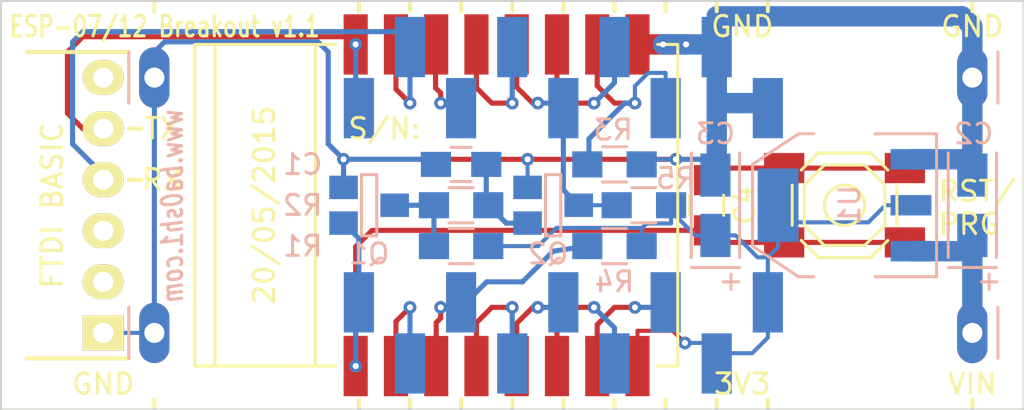
<source format=kicad_pcb>
(kicad_pcb (version 20171130) (host pcbnew "(5.1.12)-1")

  (general
    (thickness 1.6)
    (drawings 43)
    (tracks 233)
    (zones 0)
    (modules 17)
    (nets 23)
  )

  (page A4)
  (layers
    (0 F.Cu signal)
    (31 B.Cu signal)
    (32 B.Adhes user hide)
    (33 F.Adhes user hide)
    (34 B.Paste user hide)
    (35 F.Paste user hide)
    (36 B.SilkS user)
    (37 F.SilkS user)
    (38 B.Mask user)
    (39 F.Mask user hide)
    (40 Dwgs.User user hide)
    (41 Cmts.User user hide)
    (42 Eco1.User user hide)
    (43 Eco2.User user hide)
    (44 Edge.Cuts user)
    (45 Margin user hide)
    (46 B.CrtYd user hide)
    (47 F.CrtYd user hide)
    (48 B.Fab user hide)
    (49 F.Fab user hide)
  )

  (setup
    (last_trace_width 0.2032)
    (user_trace_width 0.1524)
    (user_trace_width 0.1524)
    (user_trace_width 0.254)
    (user_trace_width 0.381)
    (user_trace_width 0.508)
    (user_trace_width 1.016)
    (user_trace_width 1.27)
    (user_trace_width 1.524)
    (trace_clearance 0.1524)
    (zone_clearance 0.508)
    (zone_45_only no)
    (trace_min 0.1524)
    (via_size 0.635)
    (via_drill 0.3)
    (via_min_size 0.635)
    (via_min_drill 0.3)
    (user_via 0.635 0)
    (user_via 0.7366 0)
    (user_via 0.8382 0)
    (user_via 1.27 0.4)
    (uvia_size 0.508)
    (uvia_drill 0.127)
    (uvias_allowed no)
    (uvia_min_size 0.508)
    (uvia_min_drill 0.127)
    (edge_width 0.1)
    (segment_width 0.2)
    (pcb_text_width 0.3)
    (pcb_text_size 1.5 1.5)
    (mod_edge_width 0.15)
    (mod_text_size 1 1)
    (mod_text_width 0.15)
    (pad_size 2 1.5)
    (pad_drill 0)
    (pad_to_mask_clearance 0.1)
    (aux_axis_origin 106.68 138.43)
    (visible_elements 7FFFFF69)
    (pcbplotparams
      (layerselection 0x010f0_80000001)
      (usegerberextensions true)
      (usegerberattributes true)
      (usegerberadvancedattributes true)
      (creategerberjobfile true)
      (gerberprecision 5)
      (excludeedgelayer true)
      (linewidth 0.152400)
      (plotframeref false)
      (viasonmask false)
      (mode 1)
      (useauxorigin true)
      (hpglpennumber 1)
      (hpglpenspeed 20)
      (hpglpendiameter 15.000000)
      (psnegative false)
      (psa4output false)
      (plotreference true)
      (plotvalue true)
      (plotinvisibletext false)
      (padsonsilk false)
      (subtractmaskfromsilk false)
      (outputformat 1)
      (mirror false)
      (drillshape 0)
      (scaleselection 1)
      (outputdirectory "gerber"))
  )

  (net 0 "")
  (net 1 "Net-(C1-Pad1)")
  (net 2 GND)
  (net 3 +5V)
  (net 4 +3V3)
  (net 5 /CTS)
  (net 6 /V+)
  (net 7 /TXO)
  (net 8 /RXI)
  (net 9 /DTR)
  (net 10 /RESET)
  (net 11 "Net-(Q1-PadD)")
  (net 12 /GPIO0)
  (net 13 "Net-(M1-Pad10)")
  (net 14 "Net-(M1-Pad3)")
  (net 15 "Net-(M1-Pad2)")
  (net 16 "Net-(M1-Pad4)")
  (net 17 "Net-(M1-Pad5)")
  (net 18 "Net-(M1-Pad6)")
  (net 19 "Net-(M1-Pad7)")
  (net 20 "Net-(M1-Pad13)")
  (net 21 "Net-(M1-Pad14)")
  (net 22 "Net-(M1-Pad11)")

  (net_class Default "This is the default net class."
    (clearance 0.1524)
    (trace_width 0.2032)
    (via_dia 0.635)
    (via_drill 0.3)
    (uvia_dia 0.508)
    (uvia_drill 0.127)
    (add_net +3V3)
    (add_net +5V)
    (add_net /CTS)
    (add_net /DTR)
    (add_net /GPIO0)
    (add_net /RESET)
    (add_net /RXI)
    (add_net /TXO)
    (add_net /V+)
    (add_net GND)
    (add_net "Net-(C1-Pad1)")
    (add_net "Net-(M1-Pad10)")
    (add_net "Net-(M1-Pad11)")
    (add_net "Net-(M1-Pad13)")
    (add_net "Net-(M1-Pad14)")
    (add_net "Net-(M1-Pad2)")
    (add_net "Net-(M1-Pad3)")
    (add_net "Net-(M1-Pad4)")
    (add_net "Net-(M1-Pad5)")
    (add_net "Net-(M1-Pad6)")
    (add_net "Net-(M1-Pad7)")
    (add_net "Net-(Q1-PadD)")
  )

  (module Capacitors_Tantalum_SMD:TantalC_SizeA_EIA-3216_Wave (layer B.Cu) (tedit 555A8829) (tstamp 54FC78B4)
    (at 142.176 128.27 90)
    (descr "Tantal Cap. , Size A, EIA-3216, Wave,")
    (tags "Tantal Cap. , Size A, EIA-3216, Wave,")
    (path /54AD5071)
    (attr smd)
    (fp_text reference C3 (at 3.556 0 180) (layer B.SilkS)
      (effects (font (size 1 1) (thickness 0.15)) (justify mirror))
    )
    (fp_text value 22u (at -0.0635 0.0635 90) (layer B.SilkS) hide
      (effects (font (size 0.254 0.254) (thickness 0.0254)) (justify mirror))
    )
    (fp_line (start -2.60096 -1.19888) (end 2.60096 -1.19888) (layer B.SilkS) (width 0.15))
    (fp_line (start 2.60096 1.19888) (end -2.60096 1.19888) (layer B.SilkS) (width 0.15))
    (fp_line (start -3.09626 1.19888) (end -3.09626 -1.19888) (layer B.SilkS) (width 0.15))
    (fp_text user + (at -3.81 0.6985 90) (layer B.SilkS)
      (effects (font (size 1 1) (thickness 0.15)) (justify mirror))
    )
    (pad 2 smd rect (at 1.50114 0 90) (size 2.14884 1.50114) (layers B.Cu B.Paste B.Mask)
      (net 2 GND))
    (pad 1 smd rect (at -1.50114 0 90) (size 2.14884 1.50114) (layers B.Cu B.Paste B.Mask)
      (net 4 +3V3))
    (model Capacitors_Tantalum_SMD/TantalC_SizeA_EIA-3216_Wave.wrl
      (at (xyz 0 0 0))
      (scale (xyz 1 1 1))
      (rotate (xyz 0 0 180))
    )
  )

  (module Capacitors_Tantalum_SMD:TantalC_SizeA_EIA-3216_Wave (layer B.Cu) (tedit 54FC797B) (tstamp 54FC78AF)
    (at 154.94 128.27 90)
    (descr "Tantal Cap. , Size A, EIA-3216, Wave,")
    (tags "Tantal Cap. , Size A, EIA-3216, Wave,")
    (path /54AD50D3)
    (attr smd)
    (fp_text reference C2 (at 3.556 0.0635) (layer B.SilkS)
      (effects (font (size 1 1) (thickness 0.15)) (justify mirror))
    )
    (fp_text value 4u7 (at -0.09906 -3.0988 90) (layer B.SilkS) hide
      (effects (font (size 1 1) (thickness 0.15)) (justify mirror))
    )
    (fp_line (start -2.60096 -1.19888) (end 2.60096 -1.19888) (layer B.SilkS) (width 0.15))
    (fp_line (start 2.60096 1.19888) (end -2.60096 1.19888) (layer B.SilkS) (width 0.15))
    (fp_line (start -3.09626 1.19888) (end -3.09626 -1.19888) (layer B.SilkS) (width 0.15))
    (fp_text user + (at -3.81 0.762 90) (layer B.SilkS)
      (effects (font (size 1 1) (thickness 0.15)) (justify mirror))
    )
    (pad 2 smd rect (at 1.50114 0 90) (size 2.14884 1.50114) (layers B.Cu B.Paste B.Mask)
      (net 2 GND))
    (pad 1 smd rect (at -1.50114 0 90) (size 2.14884 1.50114) (layers B.Cu B.Paste B.Mask)
      (net 3 +5V))
    (model Capacitors_Tantalum_SMD/TantalC_SizeA_EIA-3216_Wave.wrl
      (at (xyz 0 0 0))
      (scale (xyz 1 1 1))
      (rotate (xyz 0 0 180))
    )
  )

  (module Switch:PUSH_4x4_SMD (layer F.Cu) (tedit 54E04A6C) (tstamp 54AE9056)
    (at 148.59 128.27)
    (descr "Pushbutton, 4x4, SMD")
    (path /54AD3C67)
    (autoplace_cost180 10)
    (fp_text reference SW1 (at 0 -3.59918) (layer F.SilkS) hide
      (effects (font (size 1.016 1.016) (thickness 0.1524)))
    )
    (fp_text value SW_PUSH (at 0 0) (layer F.SilkS) hide
      (effects (font (size 0.254 0.254) (thickness 0.0254)))
    )
    (fp_line (start -2.6 -1) (end -2.6 1) (layer F.SilkS) (width 0.1524))
    (fp_line (start 2.6 1) (end 2.6 -0.95) (layer F.SilkS) (width 0.1524))
    (fp_line (start 1.3 2.6) (end 2.15 1.75) (layer F.SilkS) (width 0.1524))
    (fp_line (start -1.3 2.6) (end -2.15 1.75) (layer F.SilkS) (width 0.1524))
    (fp_line (start 1.3 -2.6) (end 2.15 -1.75) (layer F.SilkS) (width 0.1524))
    (fp_line (start -1.3 -2.6) (end -2.15 -1.75) (layer F.SilkS) (width 0.1524))
    (fp_line (start -1.99898 1.00076) (end -1.00076 1.99898) (layer F.SilkS) (width 0.1524))
    (fp_line (start -1.00076 1.99898) (end 1.00076 1.99898) (layer F.SilkS) (width 0.1524))
    (fp_line (start 1.00076 1.99898) (end 1.99898 1.00076) (layer F.SilkS) (width 0.1524))
    (fp_line (start 1.99898 1.00076) (end 1.99898 -1.00076) (layer F.SilkS) (width 0.1524))
    (fp_line (start 1.99898 -1.00076) (end 1.00076 -1.99898) (layer F.SilkS) (width 0.1524))
    (fp_line (start 1.00076 -1.99898) (end -1.00076 -1.99898) (layer F.SilkS) (width 0.1524))
    (fp_line (start -1.00076 -1.99898) (end -1.99898 -1.00076) (layer F.SilkS) (width 0.1524))
    (fp_line (start -1.99898 -1.00076) (end -1.99898 1.00076) (layer F.SilkS) (width 0.1524))
    (fp_line (start -1.30048 2.60096) (end 1.30048 2.60096) (layer F.SilkS) (width 0.1524))
    (fp_line (start 1.30048 -2.60096) (end -1.30048 -2.60096) (layer F.SilkS) (width 0.1524))
    (fp_circle (center 0 0) (end -1.00076 0) (layer F.SilkS) (width 0.1524))
    (pad 1 smd rect (at -2.99974 -1.84912) (size 2 1.5) (layers F.Cu F.Paste F.Mask)
      (net 2 GND))
    (pad 2 smd rect (at 2.99974 1.84912) (size 2 1.5) (layers F.Cu F.Paste F.Mask)
      (net 10 /RESET))
    (pad 2 smd rect (at -2.99974 1.84912) (size 2 1.5) (layers F.Cu F.Paste F.Mask)
      (net 10 /RESET))
    (pad 1 smd rect (at 2.99974 -1.84912) (size 2 1.5) (layers F.Cu F.Paste F.Mask)
      (net 2 GND))
    (model D:/Workspace/KiCad/modules/packages3d/PUSH_4x4_SMD.wrl
      (at (xyz 0 0 0))
      (scale (xyz 1 1 1))
      (rotate (xyz 0 0 0))
    )
  )

  (module SMD_Packages:SOT-23-GDS (layer B.Cu) (tedit 5506DBEC) (tstamp 54AEA54D)
    (at 134.112 128.27 270)
    (descr "Module CMS SOT23 Transistore EBC")
    (tags "CMS SOT")
    (path /54AD3C30)
    (attr smd)
    (fp_text reference Q2 (at 2.413 0.254 180) (layer B.SilkS)
      (effects (font (size 1 1) (thickness 0.15)) (justify mirror))
    )
    (fp_text value BSS138 (at 0 0 270) (layer B.SilkS) hide
      (effects (font (size 0.254 0.254) (thickness 0.0254)) (justify mirror))
    )
    (fp_line (start -1.524 0.381) (end 1.524 0.381) (layer B.SilkS) (width 0.15))
    (fp_line (start 1.524 0.381) (end 1.524 -0.381) (layer B.SilkS) (width 0.15))
    (fp_line (start 1.524 -0.381) (end -1.524 -0.381) (layer B.SilkS) (width 0.15))
    (fp_line (start -1.524 -0.381) (end -1.524 0.381) (layer B.SilkS) (width 0.15))
    (pad S smd rect (at -0.889 1.27 270) (size 1.1684 1.4224) (layers B.Cu B.Paste B.Mask)
      (net 2 GND))
    (pad G smd rect (at 0.889 1.27 270) (size 1.1684 1.4224) (layers B.Cu B.Paste B.Mask)
      (net 1 "Net-(C1-Pad1)"))
    (pad D smd rect (at 0 -1.27 270) (size 1.1684 1.4224) (layers B.Cu B.Paste B.Mask)
      (net 12 /GPIO0))
    (model SMD_Packages/SOT-23-GDS.wrl
      (at (xyz 0 0 0))
      (scale (xyz 0.13 0.15 0.15))
      (rotate (xyz 0 0 0))
    )
  )

  (module SMD_Packages:SOT-23-GDS (layer B.Cu) (tedit 5506DBF4) (tstamp 54B14682)
    (at 124.968 128.27 270)
    (descr "Module CMS SOT23 Transistore EBC")
    (tags "CMS SOT")
    (path /54AD3D9E)
    (attr smd)
    (fp_text reference Q1 (at 2.413 0 180) (layer B.SilkS)
      (effects (font (size 1 1) (thickness 0.15)) (justify mirror))
    )
    (fp_text value BSS138 (at 0 0 270) (layer B.SilkS) hide
      (effects (font (size 0.254 0.254) (thickness 0.0254)) (justify mirror))
    )
    (fp_line (start -1.524 0.381) (end 1.524 0.381) (layer B.SilkS) (width 0.15))
    (fp_line (start 1.524 0.381) (end 1.524 -0.381) (layer B.SilkS) (width 0.15))
    (fp_line (start 1.524 -0.381) (end -1.524 -0.381) (layer B.SilkS) (width 0.15))
    (fp_line (start -1.524 -0.381) (end -1.524 0.381) (layer B.SilkS) (width 0.15))
    (pad S smd rect (at -0.889 1.27 270) (size 1.1684 1.4224) (layers B.Cu B.Paste B.Mask)
      (net 2 GND))
    (pad G smd rect (at 0.889 1.27 270) (size 1.1684 1.4224) (layers B.Cu B.Paste B.Mask)
      (net 10 /RESET))
    (pad D smd rect (at 0 -1.27 270) (size 1.1684 1.4224) (layers B.Cu B.Paste B.Mask)
      (net 11 "Net-(Q1-PadD)"))
    (model SMD_Packages/SOT-23-GDS.wrl
      (at (xyz 0 0 0))
      (scale (xyz 0.13 0.15 0.15))
      (rotate (xyz 0 0 0))
    )
  )

  (module Breakout:SMD-PINHEADER-11A (layer B.Cu) (tedit 0) (tstamp 54B12F2F)
    (at 114.3 121.92)
    (path /54AE7D67)
    (attr virtual)
    (fp_text reference P2 (at 0 2.54) (layer B.SilkS) hide
      (effects (font (size 1.016 1.016) (thickness 0.1524)) (justify mirror))
    )
    (fp_text value CONN_01X11 (at 2.54 0) (layer B.SilkS) hide
      (effects (font (size 0.254 0.254) (thickness 0.0254)) (justify mirror))
    )
    (fp_line (start 41.91 1.27) (end 41.91 -1.27) (layer B.SilkS) (width 0.15))
    (fp_line (start -1.27 1.27) (end -1.27 -1.27) (layer B.SilkS) (width 0.15))
    (pad 11 thru_hole oval (at 40.64 0) (size 1.50622 3.01498) (drill 0.99822) (layers *.Cu *.Mask)
      (net 2 GND))
    (pad 1 thru_hole oval (at 0 0) (size 1.50622 3.01498) (drill 0.99822) (layers *.Cu *.Mask)
      (net 2 GND))
    (pad 2 smd rect (at 10.16 1.52) (size 1.5 3) (layers B.Cu B.Paste B.Mask)
      (net 8 /RXI))
    (pad 3 smd rect (at 12.7 -1.52) (size 1.5 3) (layers B.Cu B.Paste B.Mask)
      (net 7 /TXO))
    (pad 4 smd rect (at 15.24 1.52) (size 1.5 3) (layers B.Cu B.Paste B.Mask)
      (net 21 "Net-(M1-Pad14)"))
    (pad 5 smd rect (at 17.78 -1.52) (size 1.5 3) (layers B.Cu B.Paste B.Mask)
      (net 20 "Net-(M1-Pad13)"))
    (pad 6 smd rect (at 20.32 1.52) (size 1.5 3) (layers B.Cu B.Paste B.Mask)
      (net 12 /GPIO0))
    (pad 7 smd rect (at 22.86 -1.52) (size 1.5 3) (layers B.Cu B.Paste B.Mask)
      (net 22 "Net-(M1-Pad11)"))
    (pad 8 smd rect (at 25.4 1.52) (size 1.5 3) (layers B.Cu B.Paste B.Mask)
      (net 13 "Net-(M1-Pad10)"))
    (pad 9 smd rect (at 27.94 -1.52) (size 1.5 3) (layers B.Cu B.Paste B.Mask)
      (net 2 GND))
    (pad 10 smd rect (at 30.48 1.52) (size 1.5 3) (layers B.Cu B.Paste B.Mask)
      (net 2 GND))
  )

  (module Breakout:SMD-PINHEADER-11B (layer B.Cu) (tedit 54E03FE7) (tstamp 54B12F45)
    (at 114.3 134.62)
    (path /54AE7843)
    (attr virtual)
    (fp_text reference P3 (at 0 -2.54) (layer B.SilkS) hide
      (effects (font (size 1.016 1.016) (thickness 0.1524)) (justify mirror))
    )
    (fp_text value CONN_01X11 (at 2.54 0) (layer B.SilkS) hide
      (effects (font (size 0.254 0.254) (thickness 0.0254)) (justify mirror))
    )
    (fp_line (start 41.91 1.27) (end 41.91 -1.27) (layer B.SilkS) (width 0.15))
    (fp_line (start -1.27 1.27) (end -1.27 -1.27) (layer B.SilkS) (width 0.15))
    (pad 11 thru_hole oval (at 40.64 0) (size 1.50622 3.01498) (drill 0.99822) (layers *.Cu *.Mask)
      (net 3 +5V))
    (pad 1 thru_hole oval (at 0 0) (size 1.5 3) (drill 1) (layers *.Cu *.Mask)
      (net 2 GND))
    (pad 2 smd rect (at 10.16 -1.52) (size 1.5 3) (layers B.Cu B.Paste B.Mask)
      (net 10 /RESET))
    (pad 3 smd rect (at 12.7 1.52) (size 1.5 3) (layers B.Cu B.Paste B.Mask)
      (net 15 "Net-(M1-Pad2)"))
    (pad 4 smd rect (at 15.24 -1.52) (size 1.5 3) (layers B.Cu B.Paste B.Mask)
      (net 14 "Net-(M1-Pad3)"))
    (pad 5 smd rect (at 17.78 1.52) (size 1.5 3) (layers B.Cu B.Paste B.Mask)
      (net 16 "Net-(M1-Pad4)"))
    (pad 6 smd rect (at 20.32 -1.52) (size 1.5 3) (layers B.Cu B.Paste B.Mask)
      (net 17 "Net-(M1-Pad5)"))
    (pad 7 smd rect (at 22.86 1.52) (size 1.5 3) (layers B.Cu B.Paste B.Mask)
      (net 18 "Net-(M1-Pad6)"))
    (pad 8 smd rect (at 25.4 -1.52) (size 1.5 3) (layers B.Cu B.Paste B.Mask)
      (net 19 "Net-(M1-Pad7)"))
    (pad 9 smd rect (at 27.94 1.52) (size 1.5 3) (layers B.Cu B.Paste B.Mask)
      (net 4 +3V3))
    (pad 10 smd rect (at 30.48 -1.52) (size 1.5 3) (layers B.Cu B.Paste B.Mask)
      (net 4 +3V3))
  )

  (module Pin_Headers:Pin_Header_Angled_1x06 (layer F.Cu) (tedit 54C11447) (tstamp 54B1F246)
    (at 111.76 128.27 90)
    (descr "Through hole pin header")
    (tags "pin header")
    (path /54AD3CB0)
    (fp_text reference P1 (at 0 -3.81 90) (layer F.SilkS) hide
      (effects (font (size 1 1) (thickness 0.15)))
    )
    (fp_text value "FTDI BASIC" (at 0 -2.54 90) (layer F.SilkS)
      (effects (font (size 1.016 1.016) (thickness 0.1524)))
    )
    (pad 1 thru_hole rect (at -6.35 0 90) (size 1.7272 2.032) (drill 1) (layers *.Cu *.Mask F.SilkS)
      (net 2 GND))
    (pad 2 thru_hole oval (at -3.81 0 90) (size 1.7272 2.032) (drill 1) (layers *.Cu *.Mask F.SilkS)
      (net 5 /CTS))
    (pad 3 thru_hole oval (at -1.27 0 90) (size 1.7272 2.032) (drill 1) (layers *.Cu *.Mask F.SilkS)
      (net 6 /V+))
    (pad 4 thru_hole oval (at 1.27 0 90) (size 1.7272 2.032) (drill 1) (layers *.Cu *.Mask F.SilkS)
      (net 7 /TXO))
    (pad 5 thru_hole oval (at 3.81 0 90) (size 1.7272 2.032) (drill 1) (layers *.Cu *.Mask F.SilkS)
      (net 8 /RXI))
    (pad 6 thru_hole oval (at 6.35 0 90) (size 1.7272 2.032) (drill 1) (layers *.Cu *.Mask F.SilkS)
      (net 9 /DTR))
    (model Pin_Headers/Pin_Header_Angled_1x06.wrl
      (at (xyz 0 0 0))
      (scale (xyz 1 1 1))
      (rotate (xyz 0 0 0))
    )
  )

  (module ESP8266:ESP-07 (layer F.Cu) (tedit 54B145D5) (tstamp 54B12F19)
    (at 130.302 128.27)
    (path /54AAAAD0)
    (fp_text reference M1 (at 0 0) (layer F.SilkS) hide
      (effects (font (size 1 1) (thickness 0.15)))
    )
    (fp_text value ESP-07 (at -6.604 0 90) (layer F.SilkS) hide
      (effects (font (size 1.016 1.016) (thickness 0.1524)))
    )
    (fp_line (start -13 -8) (end -14 -8) (layer F.SilkS) (width 0.15))
    (fp_line (start -14 -8) (end -14 8) (layer F.SilkS) (width 0.15))
    (fp_line (start -14 8) (end -13 8) (layer F.SilkS) (width 0.15))
    (fp_line (start -8 -8) (end -8 8) (layer F.SilkS) (width 0.15))
    (fp_line (start -7 8) (end -13 8) (layer F.SilkS) (width 0.15))
    (fp_line (start -13 8) (end -13 -8) (layer F.SilkS) (width 0.15))
    (fp_line (start -13 -8) (end -7 -8) (layer F.SilkS) (width 0.15))
    (fp_line (start 9 8) (end 10 8) (layer F.SilkS) (width 0.15))
    (fp_line (start 10 8) (end 10 -8) (layer F.SilkS) (width 0.15))
    (fp_line (start 10 -8) (end 9 -8) (layer F.SilkS) (width 0.15))
    (pad 1 smd rect (at -6 8) (size 1.2 3) (layers F.Cu F.Paste F.Mask)
      (net 10 /RESET))
    (pad 2 smd rect (at -4 8) (size 1.2 3) (layers F.Cu F.Paste F.Mask)
      (net 15 "Net-(M1-Pad2)"))
    (pad 3 smd rect (at -2 8) (size 1.2 3) (layers F.Cu F.Paste F.Mask)
      (net 14 "Net-(M1-Pad3)"))
    (pad 4 smd rect (at 0 8) (size 1.2 3) (layers F.Cu F.Paste F.Mask)
      (net 16 "Net-(M1-Pad4)"))
    (pad 5 smd rect (at 2 8) (size 1.2 3) (layers F.Cu F.Paste F.Mask)
      (net 17 "Net-(M1-Pad5)"))
    (pad 6 smd rect (at 4 8) (size 1.2 3) (layers F.Cu F.Paste F.Mask)
      (net 18 "Net-(M1-Pad6)"))
    (pad 7 smd rect (at 6 8) (size 1.2 3) (layers F.Cu F.Paste F.Mask)
      (net 19 "Net-(M1-Pad7)"))
    (pad 8 smd rect (at 8 8) (size 1.2 3) (layers F.Cu F.Paste F.Mask)
      (net 4 +3V3))
    (pad 9 smd rect (at 8 -8) (size 1.2 3) (layers F.Cu F.Paste F.Mask)
      (net 2 GND))
    (pad 10 smd rect (at 6 -8) (size 1.2 3) (layers F.Cu F.Paste F.Mask)
      (net 13 "Net-(M1-Pad10)"))
    (pad 12 smd rect (at 2 -8) (size 1.2 3) (layers F.Cu F.Paste F.Mask)
      (net 12 /GPIO0))
    (pad 13 smd rect (at 0 -8) (size 1.2 3) (layers F.Cu F.Paste F.Mask)
      (net 20 "Net-(M1-Pad13)"))
    (pad 14 smd rect (at -2 -8) (size 1.2 3) (layers F.Cu F.Paste F.Mask)
      (net 21 "Net-(M1-Pad14)"))
    (pad 15 smd rect (at -4 -8) (size 1.2 3) (layers F.Cu F.Paste F.Mask)
      (net 7 /TXO))
    (pad 16 smd rect (at -6 -8) (size 1.2 3) (layers F.Cu F.Paste F.Mask)
      (net 8 /RXI))
    (pad 11 smd rect (at 4 -8) (size 1.2 3) (layers F.Cu F.Paste F.Mask)
      (net 22 "Net-(M1-Pad11)"))
  )

  (module SMD_Packages:SOT-223 (layer B.Cu) (tedit 54B2011B) (tstamp 54B14C77)
    (at 148.59 128.27 270)
    (descr "module CMS SOT223 4 pins")
    (tags "CMS SOT")
    (path /54AD4F12)
    (attr smd)
    (fp_text reference U1 (at 0 -0.254 270) (layer B.SilkS)
      (effects (font (size 1 1) (thickness 0.15)) (justify mirror))
    )
    (fp_text value 1117-3.3 (at 0 -0.762 270) (layer B.SilkS) hide
      (effects (font (size 0.254 0.254) (thickness 0.0254)) (justify mirror))
    )
    (fp_line (start -3.556 -1.524) (end -3.556 -4.572) (layer B.SilkS) (width 0.15))
    (fp_line (start -3.556 -4.572) (end 3.556 -4.572) (layer B.SilkS) (width 0.15))
    (fp_line (start 3.556 -4.572) (end 3.556 -1.524) (layer B.SilkS) (width 0.15))
    (fp_line (start -3.556 1.524) (end -3.556 2.286) (layer B.SilkS) (width 0.15))
    (fp_line (start -3.556 2.286) (end -2.032 4.572) (layer B.SilkS) (width 0.15))
    (fp_line (start -2.032 4.572) (end 2.032 4.572) (layer B.SilkS) (width 0.15))
    (fp_line (start 2.032 4.572) (end 3.556 2.286) (layer B.SilkS) (width 0.15))
    (fp_line (start 3.556 2.286) (end 3.556 1.524) (layer B.SilkS) (width 0.15))
    (pad 2 smd rect (at 0 3.302 270) (size 3.6576 2.032) (layers B.Cu B.Paste B.Mask)
      (net 4 +3V3))
    (pad 2 smd rect (at 0 -3.302 270) (size 1.016 2.032) (layers B.Cu B.Paste B.Mask)
      (net 4 +3V3))
    (pad 3 smd rect (at 2.286 -3.302 270) (size 1.016 2.032) (layers B.Cu B.Paste B.Mask)
      (net 3 +5V))
    (pad 1 smd rect (at -2.286 -3.302 270) (size 1.016 2.032) (layers B.Cu B.Paste B.Mask)
      (net 2 GND))
    (model SMD_Packages/SOT-223.wrl
      (at (xyz 0 0 0))
      (scale (xyz 0.4 0.4 0.4))
      (rotate (xyz 0 0 0))
    )
  )

  (module Capacitors_SMD:C_0805_HandSoldering (layer B.Cu) (tedit 5506DBE0) (tstamp 54AE96B8)
    (at 129.54 126.238 180)
    (descr "Capacitor SMD 0805, hand soldering")
    (tags "capacitor 0805")
    (path /54AD3E65)
    (attr smd)
    (fp_text reference C1 (at 7.874 0 180) (layer B.SilkS)
      (effects (font (size 1 1) (thickness 0.15)) (justify mirror))
    )
    (fp_text value 2u2 (at 0 0 90) (layer B.SilkS) hide
      (effects (font (size 0.254 0.254) (thickness 0.0254)) (justify mirror))
    )
    (fp_line (start -2.3 1) (end 2.3 1) (layer B.CrtYd) (width 0.05))
    (fp_line (start -2.3 -1) (end 2.3 -1) (layer B.CrtYd) (width 0.05))
    (fp_line (start -2.3 1) (end -2.3 -1) (layer B.CrtYd) (width 0.05))
    (fp_line (start 2.3 1) (end 2.3 -1) (layer B.CrtYd) (width 0.05))
    (fp_line (start 0.5 0.85) (end -0.5 0.85) (layer B.SilkS) (width 0.15))
    (fp_line (start -0.5 -0.85) (end 0.5 -0.85) (layer B.SilkS) (width 0.15))
    (pad 1 smd rect (at -1.25 0 180) (size 1.5 1.25) (layers B.Cu B.Paste B.Mask)
      (net 1 "Net-(C1-Pad1)"))
    (pad 2 smd rect (at 1.25 0 180) (size 1.5 1.25) (layers B.Cu B.Paste B.Mask)
      (net 2 GND))
    (model Capacitors_SMD/C_0805_HandSoldering.wrl
      (at (xyz 0 0 0))
      (scale (xyz 1 1 1))
      (rotate (xyz 0 0 0))
    )
  )

  (module Resistors_SMD:R_0805_HandSoldering (layer B.Cu) (tedit 5506DBE5) (tstamp 54AE96C5)
    (at 129.54 130.302 180)
    (descr "Resistor SMD 0805, hand soldering")
    (tags "resistor 0805")
    (path /54AD3DBC)
    (attr smd)
    (fp_text reference R1 (at 7.874 0) (layer B.SilkS)
      (effects (font (size 1 1) (thickness 0.15)) (justify mirror))
    )
    (fp_text value 470K (at 0 0 90) (layer B.SilkS) hide
      (effects (font (size 0.254 0.254) (thickness 0.0254)) (justify mirror))
    )
    (fp_line (start -2.4 1) (end 2.4 1) (layer B.CrtYd) (width 0.05))
    (fp_line (start -2.4 -1) (end 2.4 -1) (layer B.CrtYd) (width 0.05))
    (fp_line (start -2.4 1) (end -2.4 -1) (layer B.CrtYd) (width 0.05))
    (fp_line (start 2.4 1) (end 2.4 -1) (layer B.CrtYd) (width 0.05))
    (fp_line (start 0.6 -0.875) (end -0.6 -0.875) (layer B.SilkS) (width 0.15))
    (fp_line (start -0.6 0.875) (end 0.6 0.875) (layer B.SilkS) (width 0.15))
    (pad 1 smd rect (at -1.35 0 180) (size 1.5 1.3) (layers B.Cu B.Paste B.Mask)
      (net 4 +3V3))
    (pad 2 smd rect (at 1.35 0 180) (size 1.5 1.3) (layers B.Cu B.Paste B.Mask)
      (net 11 "Net-(Q1-PadD)"))
    (model Resistors_SMD/R_0805_HandSoldering.wrl
      (at (xyz 0 0 0))
      (scale (xyz 1 1 1))
      (rotate (xyz 0 0 0))
    )
  )

  (module Resistors_SMD:R_0805_HandSoldering (layer B.Cu) (tedit 5506DBDC) (tstamp 54AD5238)
    (at 129.54 128.27 180)
    (descr "Resistor SMD 0805, hand soldering")
    (tags "resistor 0805")
    (path /54AD417F)
    (attr smd)
    (fp_text reference R2 (at 7.874 0 180) (layer B.SilkS)
      (effects (font (size 1 1) (thickness 0.15)) (justify mirror))
    )
    (fp_text value 100K (at 0 0 180) (layer B.SilkS) hide
      (effects (font (size 0.254 0.254) (thickness 0.0254)) (justify mirror))
    )
    (fp_line (start -2.4 1) (end 2.4 1) (layer B.CrtYd) (width 0.05))
    (fp_line (start -2.4 -1) (end 2.4 -1) (layer B.CrtYd) (width 0.05))
    (fp_line (start -2.4 1) (end -2.4 -1) (layer B.CrtYd) (width 0.05))
    (fp_line (start 2.4 1) (end 2.4 -1) (layer B.CrtYd) (width 0.05))
    (fp_line (start 0.6 -0.875) (end -0.6 -0.875) (layer B.SilkS) (width 0.15))
    (fp_line (start -0.6 0.875) (end 0.6 0.875) (layer B.SilkS) (width 0.15))
    (pad 1 smd rect (at -1.35 0 180) (size 1.5 1.3) (layers B.Cu B.Paste B.Mask)
      (net 1 "Net-(C1-Pad1)"))
    (pad 2 smd rect (at 1.35 0 180) (size 1.5 1.3) (layers B.Cu B.Paste B.Mask)
      (net 11 "Net-(Q1-PadD)"))
    (model Resistors_SMD/R_0805_HandSoldering.wrl
      (at (xyz 0 0 0))
      (scale (xyz 1 1 1))
      (rotate (xyz 0 0 0))
    )
  )

  (module Resistors_SMD:R_0805_HandSoldering (layer B.Cu) (tedit 555A8B2A) (tstamp 54AD523E)
    (at 137.16 126.238 180)
    (descr "Resistor SMD 0805, hand soldering")
    (tags "resistor 0805")
    (path /54AD7C25)
    (attr smd)
    (fp_text reference R3 (at 0.0635 1.7145 180) (layer B.SilkS)
      (effects (font (size 1 1) (thickness 0.15)) (justify mirror))
    )
    (fp_text value 10K (at 0 0 180) (layer B.SilkS) hide
      (effects (font (size 0.254 0.254) (thickness 0.0254)) (justify mirror))
    )
    (fp_line (start -2.4 1) (end 2.4 1) (layer B.CrtYd) (width 0.05))
    (fp_line (start -2.4 -1) (end 2.4 -1) (layer B.CrtYd) (width 0.05))
    (fp_line (start -2.4 1) (end -2.4 -1) (layer B.CrtYd) (width 0.05))
    (fp_line (start 2.4 1) (end 2.4 -1) (layer B.CrtYd) (width 0.05))
    (fp_line (start 0.6 -0.875) (end -0.6 -0.875) (layer B.SilkS) (width 0.15))
    (fp_line (start -0.6 0.875) (end 0.6 0.875) (layer B.SilkS) (width 0.15))
    (pad 1 smd rect (at -1.35 0 180) (size 1.5 1.3) (layers B.Cu B.Paste B.Mask)
      (net 2 GND))
    (pad 2 smd rect (at 1.35 0 180) (size 1.5 1.3) (layers B.Cu B.Paste B.Mask)
      (net 13 "Net-(M1-Pad10)"))
    (model Resistors_SMD/R_0805_HandSoldering.wrl
      (at (xyz 0 0 0))
      (scale (xyz 1 1 1))
      (rotate (xyz 0 0 0))
    )
  )

  (module Resistors_SMD:R_0805_HandSoldering (layer B.Cu) (tedit 54B0A223) (tstamp 54AD5244)
    (at 137.16 130.302)
    (descr "Resistor SMD 0805, hand soldering")
    (tags "resistor 0805")
    (path /54AD84DF)
    (attr smd)
    (fp_text reference R4 (at 0 1.778) (layer B.SilkS)
      (effects (font (size 1 1) (thickness 0.15)) (justify mirror))
    )
    (fp_text value 47K (at 0 0) (layer B.SilkS) hide
      (effects (font (size 0.254 0.254) (thickness 0.0254)) (justify mirror))
    )
    (fp_line (start -2.4 1) (end 2.4 1) (layer B.CrtYd) (width 0.05))
    (fp_line (start -2.4 -1) (end 2.4 -1) (layer B.CrtYd) (width 0.05))
    (fp_line (start -2.4 1) (end -2.4 -1) (layer B.CrtYd) (width 0.05))
    (fp_line (start 2.4 1) (end 2.4 -1) (layer B.CrtYd) (width 0.05))
    (fp_line (start 0.6 -0.875) (end -0.6 -0.875) (layer B.SilkS) (width 0.15))
    (fp_line (start -0.6 0.875) (end 0.6 0.875) (layer B.SilkS) (width 0.15))
    (pad 1 smd rect (at -1.35 0) (size 1.5 1.3) (layers B.Cu B.Paste B.Mask)
      (net 14 "Net-(M1-Pad3)"))
    (pad 2 smd rect (at 1.35 0) (size 1.5 1.3) (layers B.Cu B.Paste B.Mask)
      (net 4 +3V3))
    (model Resistors_SMD/R_0805_HandSoldering.wrl
      (at (xyz 0 0 0))
      (scale (xyz 1 1 1))
      (rotate (xyz 0 0 0))
    )
  )

  (module Capacitors_SMD:C_0805_HandSoldering (layer F.Cu) (tedit 54B1F63D) (tstamp 54B0AE63)
    (at 141.732 128.27 90)
    (descr "Capacitor SMD 0805, hand soldering")
    (tags "capacitor 0805")
    (path /54AF2F9C)
    (attr smd)
    (fp_text reference C4 (at 0 1.905 270) (layer F.SilkS)
      (effects (font (size 1 1) (thickness 0.15)))
    )
    (fp_text value 0.1u (at 0 0.127 90) (layer F.SilkS) hide
      (effects (font (size 0.254 0.254) (thickness 0.0254)))
    )
    (fp_line (start -2.3 -1) (end 2.3 -1) (layer F.CrtYd) (width 0.05))
    (fp_line (start -2.3 1) (end 2.3 1) (layer F.CrtYd) (width 0.05))
    (fp_line (start -2.3 -1) (end -2.3 1) (layer F.CrtYd) (width 0.05))
    (fp_line (start 2.3 -1) (end 2.3 1) (layer F.CrtYd) (width 0.05))
    (fp_line (start 0.5 -0.85) (end -0.5 -0.85) (layer F.SilkS) (width 0.15))
    (fp_line (start -0.5 0.85) (end 0.5 0.85) (layer F.SilkS) (width 0.15))
    (pad 1 smd rect (at -1.25 0 90) (size 1.5 1.25) (layers F.Cu F.Paste F.Mask)
      (net 10 /RESET))
    (pad 2 smd rect (at 1.25 0 90) (size 1.5 1.25) (layers F.Cu F.Paste F.Mask)
      (net 2 GND))
    (model Capacitors_SMD/C_0805_HandSoldering.wrl
      (at (xyz 0 0 0))
      (scale (xyz 1 1 1))
      (rotate (xyz 0 0 0))
    )
  )

  (module Resistors_SMD:R_0805_HandSoldering (layer B.Cu) (tedit 555A8B4B) (tstamp 555A87BC)
    (at 138.62 128.27)
    (descr "Resistor SMD 0805, hand soldering")
    (tags "resistor 0805")
    (path /555AA470)
    (attr smd)
    (fp_text reference R5 (at 1.5875 -1.3335) (layer B.SilkS)
      (effects (font (size 1 1) (thickness 0.15)) (justify mirror))
    )
    (fp_text value 10K (at 0 0 90) (layer B.Fab) hide
      (effects (font (size 0.254 0.254) (thickness 0.0254)) (justify mirror))
    )
    (fp_line (start -2.4 1) (end 2.4 1) (layer B.CrtYd) (width 0.05))
    (fp_line (start -2.4 -1) (end 2.4 -1) (layer B.CrtYd) (width 0.05))
    (fp_line (start -2.4 1) (end -2.4 -1) (layer B.CrtYd) (width 0.05))
    (fp_line (start 2.4 1) (end 2.4 -1) (layer B.CrtYd) (width 0.05))
    (fp_line (start 0.6 -0.875) (end -0.6 -0.875) (layer B.SilkS) (width 0.15))
    (fp_line (start -0.6 0.875) (end 0.6 0.875) (layer B.SilkS) (width 0.15))
    (pad 1 smd rect (at -1.35 0) (size 1.5 1.3) (layers B.Cu B.Paste B.Mask)
      (net 12 /GPIO0))
    (pad 2 smd rect (at 1.35 0) (size 1.5 1.3) (layers B.Cu B.Paste B.Mask)
      (net 4 +3V3))
    (model Resistors_SMD.3dshapes/R_0805_HandSoldering.wrl
      (at (xyz 0 0 0))
      (scale (xyz 1 1 1))
      (rotate (xyz 0 0 0))
    )
  )

  (gr_line (start 154.94 118.618) (end 154.94 118.1735) (angle 90) (layer F.SilkS) (width 0.2))
  (gr_line (start 144.78 118.618) (end 144.78 118.1735) (angle 90) (layer F.SilkS) (width 0.2))
  (gr_line (start 142.24 118.618) (end 142.24 118.1735) (angle 90) (layer F.SilkS) (width 0.2))
  (gr_line (start 139.7 118.618) (end 139.7 118.1735) (angle 90) (layer F.SilkS) (width 0.2))
  (gr_line (start 137.16 118.618) (end 137.16 118.1735) (angle 90) (layer F.SilkS) (width 0.2))
  (gr_line (start 134.62 118.618) (end 134.62 118.1735) (angle 90) (layer F.SilkS) (width 0.2))
  (gr_line (start 132.08 118.618) (end 132.08 118.1735) (angle 90) (layer F.SilkS) (width 0.2))
  (gr_line (start 129.54 118.618) (end 129.54 118.1735) (angle 90) (layer F.SilkS) (width 0.2))
  (gr_line (start 127 118.618) (end 127 118.1735) (angle 90) (layer F.SilkS) (width 0.2))
  (gr_line (start 124.46 118.618) (end 124.46 118.1735) (angle 90) (layer F.SilkS) (width 0.2))
  (gr_line (start 114.3 118.618) (end 114.3 118.1735) (angle 90) (layer F.SilkS) (width 0.2))
  (gr_line (start 154.94 137.922) (end 154.94 138.3665) (angle 90) (layer F.SilkS) (width 0.2))
  (gr_line (start 144.78 137.922) (end 144.78 138.3665) (angle 90) (layer F.SilkS) (width 0.2))
  (gr_line (start 142.24 137.922) (end 142.24 138.3665) (angle 90) (layer F.SilkS) (width 0.2))
  (gr_line (start 139.7 137.922) (end 139.7 138.3665) (angle 90) (layer F.SilkS) (width 0.2))
  (gr_line (start 137.16 137.922) (end 137.16 138.3665) (angle 90) (layer F.SilkS) (width 0.2))
  (gr_line (start 134.62 137.922) (end 134.62 138.3665) (angle 90) (layer F.SilkS) (width 0.2))
  (gr_line (start 132.08 137.922) (end 132.08 138.3665) (angle 90) (layer F.SilkS) (width 0.2))
  (gr_line (start 129.54 137.922) (end 129.54 138.3665) (angle 90) (layer F.SilkS) (width 0.2))
  (gr_line (start 127 137.922) (end 127 138.3665) (angle 90) (layer F.SilkS) (width 0.2))
  (gr_line (start 124.46 137.922) (end 124.46 138.3665) (angle 90) (layer F.SilkS) (width 0.2))
  (gr_line (start 114.3 137.922) (end 114.3 138.3665) (angle 90) (layer F.SilkS) (width 0.2))
  (gr_line (start 113.03 127) (end 113.665 127) (angle 90) (layer F.SilkS) (width 0.2))
  (gr_line (start 113.03 124.46) (end 113.665 124.46) (angle 90) (layer F.SilkS) (width 0.2))
  (gr_line (start 113.157 124.46) (end 113.538 124.46) (angle 90) (layer B.Paste) (width 0.2))
  (gr_line (start 106.68 138.43) (end 157.48 138.43) (angle 90) (layer Edge.Cuts) (width 0.1))
  (gr_line (start 157.48 118.11) (end 106.68 118.11) (angle 90) (layer Edge.Cuts) (width 0.1))
  (gr_line (start 157.48 138.43) (end 157.48 118.11) (angle 90) (layer Edge.Cuts) (width 0.1))
  (gr_line (start 107.95 120.65) (end 113.03 120.65) (angle 90) (layer F.SilkS) (width 0.2))
  (gr_line (start 113.03 135.89) (end 107.95 135.89) (angle 90) (layer F.SilkS) (width 0.2))
  (gr_line (start 106.68 138.43) (end 106.68 118.11) (angle 90) (layer Edge.Cuts) (width 0.1))
  (gr_text S/N: (at 125.73 124.46) (layer F.SilkS)
    (effects (font (size 1.016 1.016) (thickness 0.1524)))
  )
  (gr_text "ESP-07/12 Breakout v1.1" (at 114.808 119.38) (layer F.SilkS)
    (effects (font (size 1.016 0.762) (thickness 0.1524)))
  )
  (gr_text "RST/\nPRG" (at 153.162 128.397) (layer F.SilkS)
    (effects (font (size 1.016 1.016) (thickness 0.1524)) (justify left))
  )
  (gr_text 20/05/2015 (at 119.761 128.27 90) (layer F.SilkS)
    (effects (font (size 1.016 1.016) (thickness 0.1524)))
  )
  (gr_text GND (at 143.51 119.38) (layer F.SilkS) (tstamp 54B1F99A)
    (effects (font (size 1.016 1.016) (thickness 0.1524)))
  )
  (gr_text TX (at 114.681 124.46) (layer F.SilkS)
    (effects (font (size 1.016 1.016) (thickness 0.1524)))
  )
  (gr_text RX (at 114.681 127) (layer F.SilkS)
    (effects (font (size 1.016 1.016) (thickness 0.1524)))
  )
  (gr_text GND (at 154.94 119.38) (layer F.SilkS) (tstamp 54B211C0)
    (effects (font (size 1.016 1.016) (thickness 0.1524)))
  )
  (gr_text VIN (at 154.94 137.16) (layer F.SilkS)
    (effects (font (size 1.016 1.016) (thickness 0.1524)))
  )
  (gr_text www.ba0sh1.com (at 115.189 128.27 90) (layer B.SilkS)
    (effects (font (size 1.016 0.762) (thickness 0.1524) italic) (justify mirror))
  )
  (gr_text 3V3 (at 143.51 137.16) (layer F.SilkS)
    (effects (font (size 1.016 1.016) (thickness 0.1524)))
  )
  (gr_text GND (at 111.76 137.16) (layer F.SilkS)
    (effects (font (size 1.016 1.016) (thickness 0.1524)))
  )

  (segment (start 130.89 128.27) (end 130.79 128.17) (width 0.254) (layer B.Cu) (net 1))
  (segment (start 130.79 128.17) (end 130.79 126.238) (width 0.254) (layer B.Cu) (net 1))
  (segment (start 132.842 129.159) (end 131.779 129.159) (width 0.254) (layer B.Cu) (net 1))
  (segment (start 131.779 129.159) (end 130.89 128.27) (width 0.254) (layer B.Cu) (net 1))
  (segment (start 144.53 123.19) (end 144.78 123.44) (width 0.2032) (layer B.Cu) (net 2))
  (segment (start 144.53 123.19) (end 142.24 123.19) (width 1.016) (layer B.Cu) (net 2))
  (segment (start 144.78 123.19) (end 144.53 123.19) (width 1.016) (layer B.Cu) (net 2))
  (segment (start 142.176 126.7689) (end 141.732 126.3249) (width 0.2032) (layer B.Cu) (net 2))
  (segment (start 141.732 126.3249) (end 141.732 126.271) (width 0.2032) (layer B.Cu) (net 2))
  (segment (start 142.24 125.3896) (end 141.6012 126.0284) (width 0.2032) (layer B.Cu) (net 2))
  (segment (start 141.6012 126.0284) (end 141.6012 126.1401) (width 0.2032) (layer B.Cu) (net 2))
  (segment (start 142.24 125.3896) (end 142.24 123.444) (width 1.016) (layer B.Cu) (net 2))
  (segment (start 142.24 125.763) (end 142.24 125.3896) (width 1.016) (layer B.Cu) (net 2))
  (segment (start 141.6012 126.1401) (end 141.732 126.271) (width 0.254) (layer B.Cu) (net 2))
  (segment (start 140.208 125.984) (end 141.445 125.984) (width 0.254) (layer B.Cu) (net 2))
  (segment (start 141.445 125.984) (end 141.6012 126.1401) (width 0.254) (layer B.Cu) (net 2))
  (segment (start 145.5904 126.421) (end 145.5903 126.4209) (width 0.2032) (layer F.Cu) (net 2))
  (segment (start 145.5904 126.421) (end 151.5896 126.421) (width 0.254) (layer F.Cu) (net 2))
  (segment (start 141.732 127.02) (end 142.331 126.421) (width 0.254) (layer F.Cu) (net 2))
  (segment (start 142.331 126.421) (end 145.5904 126.421) (width 0.254) (layer F.Cu) (net 2))
  (segment (start 154.94 126.271) (end 154.94 126.7689) (width 0.2032) (layer B.Cu) (net 2))
  (segment (start 154.94 126.271) (end 154.653 125.984) (width 0.508) (layer B.Cu) (net 2))
  (segment (start 151.5896 126.421) (end 151.5897 126.4209) (width 0.2032) (layer F.Cu) (net 2))
  (segment (start 151.5896 126.421) (end 151.59 126.421) (width 0.254) (layer F.Cu) (net 2))
  (segment (start 142.24 123.444) (end 142.24 123.19) (width 1.016) (layer B.Cu) (net 2))
  (segment (start 142.24 123.19) (end 142.24 123.444) (width 1.016) (layer B.Cu) (net 2))
  (segment (start 142.24 120.65) (end 142.24 123.19) (width 1.016) (layer B.Cu) (net 2))
  (segment (start 142.24 123.19) (end 142.24 120.65) (width 1.016) (layer B.Cu) (net 2))
  (segment (start 142.24 120.4) (end 142.24 120.65) (width 1.016) (layer B.Cu) (net 2))
  (segment (start 154.94 121.92) (end 154.94 119.38) (width 1.016) (layer B.Cu) (net 2))
  (segment (start 154.94 119.38) (end 154.432 118.872) (width 1.016) (layer B.Cu) (net 2))
  (segment (start 154.432 118.872) (end 142.24 118.872) (width 1.016) (layer B.Cu) (net 2))
  (segment (start 142.24 118.872) (end 142.24 120.4) (width 1.016) (layer B.Cu) (net 2))
  (segment (start 123.698 126.492) (end 123.698 127.381) (width 0.254) (layer B.Cu) (net 2))
  (segment (start 123.698 125.984) (end 123.698 126.492) (width 0.254) (layer B.Cu) (net 2))
  (segment (start 132.842 127.381) (end 132.588 127.381) (width 0.254) (layer B.Cu) (net 2))
  (segment (start 133.223 127.381) (end 132.842 127.381) (width 0.254) (layer B.Cu) (net 2))
  (segment (start 140.208 125.984) (end 138.764 125.984) (width 0.2032) (layer B.Cu) (net 2))
  (segment (start 138.764 125.984) (end 138.51 126.238) (width 0.2032) (layer B.Cu) (net 2))
  (segment (start 132.842 127.381) (end 132.842 125.984) (width 0.2032) (layer B.Cu) (net 2))
  (segment (start 140.208 125.984) (end 141.478 125.984) (width 0.254) (layer F.Cu) (net 2))
  (segment (start 141.478 125.984) (end 141.732 126.238) (width 0.254) (layer F.Cu) (net 2))
  (segment (start 141.732 126.238) (end 141.732 127.02) (width 0.254) (layer F.Cu) (net 2))
  (segment (start 123.698 125.984) (end 132.842 125.984) (width 0.254) (layer F.Cu) (net 2))
  (segment (start 132.842 125.984) (end 140.208 125.984) (width 0.254) (layer F.Cu) (net 2))
  (segment (start 123.698 125.984) (end 128.036 125.984) (width 0.254) (layer B.Cu) (net 2))
  (segment (start 128.036 125.984) (end 128.29 126.238) (width 0.254) (layer B.Cu) (net 2))
  (segment (start 114.3 121.92) (end 114.3 120.65) (width 0.254) (layer B.Cu) (net 2))
  (segment (start 114.3 120.65) (end 114.808 120.142) (width 0.254) (layer B.Cu) (net 2))
  (segment (start 114.808 120.142) (end 122.428 120.142) (width 0.254) (layer B.Cu) (net 2))
  (segment (start 122.428 120.142) (end 122.936 120.65) (width 0.254) (layer B.Cu) (net 2))
  (segment (start 122.936 120.65) (end 122.936 125.222) (width 0.254) (layer B.Cu) (net 2))
  (segment (start 122.936 125.222) (end 123.698 125.984) (width 0.254) (layer B.Cu) (net 2))
  (segment (start 123.698 127.381) (end 123.698 126.492) (width 0.254) (layer B.Cu) (net 2))
  (segment (start 114.3 134.62) (end 114.3 121.92) (width 0.254) (layer B.Cu) (net 2))
  (segment (start 142.24 120.65) (end 141.859 120.269) (width 1.016) (layer B.Cu) (net 2))
  (segment (start 141.859 120.269) (end 140.716 120.269) (width 1.016) (layer B.Cu) (net 2))
  (segment (start 140.716 120.269) (end 139.573 120.269) (width 1.016) (layer B.Cu) (net 2))
  (segment (start 138.302 120.27) (end 138.303 120.269) (width 1.016) (layer F.Cu) (net 2))
  (segment (start 138.303 120.269) (end 139.573 120.269) (width 1.016) (layer F.Cu) (net 2))
  (segment (start 139.573 120.269) (end 140.716 120.269) (width 1.016) (layer F.Cu) (net 2))
  (segment (start 141.732 127.02) (end 141.712 127) (width 0.254) (layer F.Cu) (net 2))
  (segment (start 142.24 123.19) (end 142.24 123.444) (width 1.016) (layer B.Cu) (net 2))
  (segment (start 138.302 119.508) (end 138.302 120.27) (width 0.508) (layer F.Cu) (net 2))
  (segment (start 154.653 125.984) (end 151.892 125.984) (width 1.016) (layer B.Cu) (net 2))
  (segment (start 114.3 134.62) (end 111.76 134.62) (width 0.2032) (layer B.Cu) (net 2))
  (segment (start 154.94 121.92) (end 154.94 126.271) (width 1.016) (layer B.Cu) (net 2))
  (via (at 132.842 125.984) (size 0.635) (layers F.Cu B.Cu) (net 2))
  (via (at 123.698 125.984) (size 0.635) (layers F.Cu B.Cu) (net 2))
  (via (at 140.208 125.984) (size 0.635) (layers F.Cu B.Cu) (net 2))
  (via (at 140.716 120.269) (size 0.8382) (layers F.Cu B.Cu) (net 2))
  (via (at 139.573 120.269) (size 0.8382) (layers F.Cu B.Cu) (net 2))
  (segment (start 154.94 130.269) (end 154.94 129.7711) (width 0.2032) (layer B.Cu) (net 3))
  (segment (start 154.653 130.556) (end 154.94 130.269) (width 0.508) (layer B.Cu) (net 3))
  (segment (start 151.892 130.556) (end 154.653 130.556) (width 1.016) (layer B.Cu) (net 3))
  (segment (start 154.94 134.62) (end 154.94 130.269) (width 1.016) (layer B.Cu) (net 3))
  (segment (start 144.78 133.1) (end 144.78 134.8541) (width 0.2032) (layer B.Cu) (net 4))
  (segment (start 142.24 135.6296) (end 144.0045 135.6296) (width 0.2032) (layer B.Cu) (net 4))
  (segment (start 144.0045 135.6296) (end 144.78 134.8541) (width 0.2032) (layer B.Cu) (net 4))
  (segment (start 142.24 135.6296) (end 142.24 135.1192) (width 0.2032) (layer B.Cu) (net 4))
  (segment (start 142.24 136.14) (end 142.24 135.6296) (width 0.2032) (layer B.Cu) (net 4))
  (segment (start 144.78 130.8609) (end 145.288 130.3529) (width 0.2032) (layer B.Cu) (net 4))
  (segment (start 143.1807 129.7711) (end 144.2705 130.8609) (width 0.2032) (layer B.Cu) (net 4))
  (segment (start 144.2705 130.8609) (end 144.78 130.8609) (width 0.2032) (layer B.Cu) (net 4))
  (segment (start 144.78 130.8609) (end 144.78 133.1) (width 0.2032) (layer B.Cu) (net 4))
  (segment (start 138.302 136.27) (end 138.302 134.5159) (width 0.2032) (layer F.Cu) (net 4))
  (segment (start 140.6585 135.1192) (end 142.24 135.1192) (width 0.2032) (layer B.Cu) (net 4))
  (segment (start 138.302 134.5159) (end 140.0552 134.5159) (width 0.2032) (layer F.Cu) (net 4))
  (segment (start 140.0552 134.5159) (end 140.6585 135.1192) (width 0.2032) (layer F.Cu) (net 4))
  (segment (start 151.892 128.27) (end 150.6219 128.27) (width 0.2032) (layer B.Cu) (net 4))
  (segment (start 145.288 129.1209) (end 149.771 129.1209) (width 0.2032) (layer B.Cu) (net 4))
  (segment (start 149.771 129.1209) (end 150.6219 128.27) (width 0.2032) (layer B.Cu) (net 4))
  (segment (start 145.288 129.1209) (end 145.288 130.3529) (width 0.2032) (layer B.Cu) (net 4))
  (segment (start 145.288 128.27) (end 145.288 129.1209) (width 0.2032) (layer B.Cu) (net 4))
  (segment (start 142.176 129.7711) (end 143.1807 129.7711) (width 0.2032) (layer B.Cu) (net 4))
  (segment (start 142.176 129.7711) (end 141.1713 129.7711) (width 0.2032) (layer B.Cu) (net 4))
  (segment (start 139.97 128.722) (end 140.1222 128.722) (width 0.2032) (layer B.Cu) (net 4))
  (segment (start 140.1222 128.722) (end 141.1713 129.7711) (width 0.2032) (layer B.Cu) (net 4))
  (segment (start 139.97 128.722) (end 139.97 129.1741) (width 0.2032) (layer B.Cu) (net 4))
  (segment (start 139.97 128.27) (end 139.97 128.722) (width 0.2032) (layer B.Cu) (net 4))
  (segment (start 139.97 129.1741) (end 138.7618 129.1741) (width 0.2032) (layer B.Cu) (net 4))
  (segment (start 138.7618 129.1741) (end 138.51 129.4259) (width 0.2032) (layer B.Cu) (net 4))
  (segment (start 138.51 130.302) (end 138.51 129.4259) (width 0.2032) (layer B.Cu) (net 4))
  (segment (start 130.89 130.302) (end 133.3674 130.302) (width 0.2032) (layer B.Cu) (net 4))
  (segment (start 133.3674 130.302) (end 134.2716 129.3978) (width 0.2032) (layer B.Cu) (net 4))
  (segment (start 134.2716 129.3978) (end 138.4819 129.3978) (width 0.2032) (layer B.Cu) (net 4))
  (segment (start 138.4819 129.3978) (end 138.51 129.4259) (width 0.2032) (layer B.Cu) (net 4))
  (via (at 140.6585 135.1192) (size 0.635) (layers F.Cu B.Cu) (net 4))
  (segment (start 127 120.4) (end 127 119.634) (width 0.254) (layer B.Cu) (net 7))
  (segment (start 127 119.634) (end 110.744 119.634) (width 0.254) (layer B.Cu) (net 7))
  (segment (start 110.744 119.634) (end 110.236 120.142) (width 0.254) (layer B.Cu) (net 7))
  (segment (start 110.236 120.142) (end 110.236 125.222) (width 0.254) (layer B.Cu) (net 7))
  (segment (start 110.236 125.222) (end 111.76 126.746) (width 0.254) (layer B.Cu) (net 7))
  (segment (start 111.76 126.746) (end 111.76 127) (width 0.254) (layer B.Cu) (net 7))
  (segment (start 127 123.19) (end 127 120.4) (width 0.254) (layer B.Cu) (net 7))
  (segment (start 126.302 120.27) (end 126.302 122.492) (width 0.254) (layer F.Cu) (net 7))
  (segment (start 126.302 122.492) (end 127 123.19) (width 0.254) (layer F.Cu) (net 7))
  (via (at 127 123.19) (size 0.635) (layers F.Cu B.Cu) (net 7))
  (segment (start 124.46 123.19) (end 124.46 123.44) (width 0.2032) (layer B.Cu) (net 8))
  (segment (start 124.302 123.032) (end 124.46 123.19) (width 0.2032) (layer B.Cu) (net 8))
  (segment (start 123.92 119.888) (end 110.744 119.888) (width 0.254) (layer F.Cu) (net 8))
  (segment (start 110.744 119.888) (end 109.982 120.65) (width 0.254) (layer F.Cu) (net 8))
  (segment (start 109.982 120.65) (end 109.982 123.698) (width 0.254) (layer F.Cu) (net 8))
  (segment (start 109.982 123.698) (end 110.744 124.46) (width 0.254) (layer F.Cu) (net 8))
  (segment (start 110.744 124.46) (end 111.76 124.46) (width 0.254) (layer F.Cu) (net 8))
  (segment (start 124.302 120.27) (end 123.92 119.888) (width 0.2032) (layer F.Cu) (net 8))
  (segment (start 124.302 120.27) (end 124.302 123.032) (width 0.254) (layer B.Cu) (net 8))
  (via (at 124.302 120.27) (size 0.635) (layers F.Cu B.Cu) (net 8))
  (segment (start 151.5896 130.119) (end 151.5897 130.1191) (width 0.2032) (layer F.Cu) (net 10))
  (segment (start 151.5896 130.119) (end 145.5904 130.119) (width 0.254) (layer F.Cu) (net 10))
  (segment (start 151.59 130.119) (end 151.5896 130.119) (width 0.254) (layer F.Cu) (net 10))
  (segment (start 145.5904 130.119) (end 145.5903 130.1191) (width 0.2032) (layer F.Cu) (net 10))
  (segment (start 145.5904 130.119) (end 142.331 130.119) (width 0.254) (layer F.Cu) (net 10))
  (segment (start 142.331 130.119) (end 141.732 129.52) (width 0.254) (layer F.Cu) (net 10))
  (segment (start 124.46 133.1) (end 124.46 129.921) (width 0.254) (layer B.Cu) (net 10))
  (segment (start 124.46 129.921) (end 123.698 129.159) (width 0.254) (layer B.Cu) (net 10))
  (segment (start 124.46 133.1) (end 124.302 133.258) (width 0.254) (layer B.Cu) (net 10))
  (segment (start 124.302 133.258) (end 124.302 136.27) (width 0.254) (layer B.Cu) (net 10))
  (segment (start 141.732 129.52) (end 125.115 129.52) (width 0.254) (layer F.Cu) (net 10))
  (segment (start 125.115 129.52) (end 124.302 130.333) (width 0.254) (layer F.Cu) (net 10))
  (segment (start 124.302 130.333) (end 124.302 136.27) (width 0.254) (layer F.Cu) (net 10))
  (via (at 124.302 136.27) (size 0.635) (layers F.Cu B.Cu) (net 10))
  (segment (start 126.238 128.27) (end 128.19 128.27) (width 0.254) (layer B.Cu) (net 11))
  (segment (start 125.984 128.27) (end 126.238 128.27) (width 0.254) (layer B.Cu) (net 11))
  (segment (start 128.19 128.27) (end 128.19 130.302) (width 0.254) (layer B.Cu) (net 11))
  (segment (start 134.37 123.19) (end 134.62 123.44) (width 0.2032) (layer B.Cu) (net 12))
  (segment (start 134.37 123.19) (end 134.62 123.19) (width 0.254) (layer B.Cu) (net 12))
  (segment (start 133.35 123.19) (end 134.37 123.19) (width 0.254) (layer B.Cu) (net 12))
  (segment (start 135.382 128.27) (end 134.62 127.508) (width 0.254) (layer B.Cu) (net 12))
  (segment (start 134.62 127.508) (end 134.62 123.44) (width 0.254) (layer B.Cu) (net 12))
  (segment (start 132.302 120.27) (end 132.302 122.396) (width 0.254) (layer F.Cu) (net 12))
  (segment (start 132.302 122.396) (end 133.096 123.19) (width 0.254) (layer F.Cu) (net 12))
  (segment (start 133.096 123.19) (end 133.35 123.19) (width 0.254) (layer F.Cu) (net 12))
  (segment (start 137.27 128.27) (end 135.382 128.27) (width 0.2032) (layer B.Cu) (net 12))
  (via (at 133.35 123.19) (size 0.635) (layers F.Cu B.Cu) (net 12))
  (segment (start 139.7 123.44) (end 139.7 121.6859) (width 0.2032) (layer B.Cu) (net 13))
  (segment (start 138.176 123.19) (end 138.176 122.3439) (width 0.2032) (layer B.Cu) (net 13))
  (segment (start 138.176 122.3439) (end 138.834 121.6859) (width 0.2032) (layer B.Cu) (net 13))
  (segment (start 138.834 121.6859) (end 139.7 121.6859) (width 0.2032) (layer B.Cu) (net 13))
  (segment (start 136.302 120.27) (end 136.302 122.332) (width 0.254) (layer F.Cu) (net 13))
  (segment (start 136.302 122.332) (end 137.16 123.19) (width 0.254) (layer F.Cu) (net 13))
  (segment (start 137.16 123.19) (end 138.176 123.19) (width 0.254) (layer F.Cu) (net 13))
  (segment (start 135.81 126.238) (end 135.89 126.158) (width 0.254) (layer B.Cu) (net 13))
  (segment (start 135.89 126.158) (end 135.89 124.968) (width 0.254) (layer B.Cu) (net 13))
  (segment (start 135.89 124.968) (end 137.668 123.19) (width 0.254) (layer B.Cu) (net 13))
  (segment (start 137.668 123.19) (end 138.176 123.19) (width 0.254) (layer B.Cu) (net 13))
  (segment (start 135.81 126.238) (end 135.81 125.81) (width 0.254) (layer B.Cu) (net 13))
  (via (at 138.176 123.19) (size 0.635) (layers F.Cu B.Cu) (net 13))
  (segment (start 130.175 132.715) (end 129.925 132.715) (width 0.2032) (layer B.Cu) (net 14))
  (segment (start 129.925 132.715) (end 129.54 133.1) (width 0.2032) (layer B.Cu) (net 14))
  (segment (start 130.175 132.715) (end 130.81 132.08) (width 0.254) (layer B.Cu) (net 14))
  (segment (start 130.81 132.08) (end 132.588 132.08) (width 0.254) (layer B.Cu) (net 14))
  (segment (start 132.588 132.08) (end 134.112 130.556) (width 0.254) (layer B.Cu) (net 14))
  (segment (start 134.112 130.556) (end 135.81 130.302) (width 0.254) (layer B.Cu) (net 14))
  (segment (start 128.524 133.35) (end 129.54 133.35) (width 0.254) (layer B.Cu) (net 14))
  (segment (start 129.54 133.35) (end 130.175 132.715) (width 0.254) (layer B.Cu) (net 14))
  (segment (start 128.302 136.27) (end 128.302 134.112) (width 0.254) (layer F.Cu) (net 14))
  (segment (start 128.302 134.112) (end 128.524 133.89) (width 0.254) (layer F.Cu) (net 14))
  (segment (start 128.524 133.89) (end 128.524 133.35) (width 0.254) (layer F.Cu) (net 14))
  (via (at 128.524 133.35) (size 0.635) (layers F.Cu B.Cu) (net 14))
  (segment (start 127 135.89) (end 127 136.14) (width 0.2032) (layer B.Cu) (net 15))
  (segment (start 127 133.35) (end 127 135.89) (width 0.254) (layer B.Cu) (net 15))
  (segment (start 126.302 136.27) (end 126.302 134.048) (width 0.254) (layer F.Cu) (net 15))
  (segment (start 126.302 134.048) (end 127 133.35) (width 0.254) (layer F.Cu) (net 15))
  (via (at 127 133.35) (size 0.635) (layers F.Cu B.Cu) (net 15))
  (segment (start 132.08 135.89) (end 132.08 136.14) (width 0.2032) (layer B.Cu) (net 16))
  (segment (start 132.08 133.35) (end 132.08 135.89) (width 0.254) (layer B.Cu) (net 16))
  (segment (start 130.302 136.27) (end 130.302 134.112) (width 0.254) (layer F.Cu) (net 16))
  (segment (start 130.302 134.112) (end 131.064 133.35) (width 0.254) (layer F.Cu) (net 16))
  (segment (start 131.064 133.35) (end 132.08 133.35) (width 0.254) (layer F.Cu) (net 16))
  (via (at 132.08 133.35) (size 0.635) (layers F.Cu B.Cu) (net 16))
  (segment (start 134.37 133.35) (end 134.62 133.1) (width 0.2032) (layer B.Cu) (net 17))
  (segment (start 134.37 133.35) (end 133.35 133.35) (width 0.254) (layer B.Cu) (net 17))
  (segment (start 134.62 133.35) (end 134.37 133.35) (width 0.254) (layer B.Cu) (net 17))
  (segment (start 132.302 136.27) (end 132.302 134.144) (width 0.254) (layer F.Cu) (net 17))
  (segment (start 132.302 134.144) (end 133.096 133.35) (width 0.254) (layer F.Cu) (net 17))
  (segment (start 133.096 133.35) (end 133.35 133.35) (width 0.254) (layer F.Cu) (net 17))
  (via (at 133.35 133.35) (size 0.635) (layers F.Cu B.Cu) (net 17))
  (segment (start 137.16 135.89) (end 137.16 136.14) (width 0.2032) (layer B.Cu) (net 18))
  (segment (start 136.144 133.35) (end 137.16 134.366) (width 0.254) (layer B.Cu) (net 18))
  (segment (start 137.16 134.366) (end 137.16 135.89) (width 0.254) (layer B.Cu) (net 18))
  (segment (start 134.302 136.27) (end 134.302 134.176) (width 0.254) (layer F.Cu) (net 18))
  (segment (start 134.302 134.176) (end 135.128 133.35) (width 0.254) (layer F.Cu) (net 18))
  (segment (start 135.128 133.35) (end 136.144 133.35) (width 0.254) (layer F.Cu) (net 18))
  (via (at 136.144 133.35) (size 0.635) (layers F.Cu B.Cu) (net 18))
  (segment (start 139.45 133.35) (end 139.7 133.1) (width 0.2032) (layer B.Cu) (net 19))
  (segment (start 139.45 133.35) (end 139.7 133.35) (width 0.254) (layer B.Cu) (net 19))
  (segment (start 138.176 133.35) (end 139.45 133.35) (width 0.254) (layer B.Cu) (net 19))
  (segment (start 136.302 136.27) (end 136.302 134.208) (width 0.254) (layer F.Cu) (net 19))
  (segment (start 136.302 134.208) (end 137.16 133.35) (width 0.254) (layer F.Cu) (net 19))
  (segment (start 137.16 133.35) (end 138.176 133.35) (width 0.254) (layer F.Cu) (net 19))
  (via (at 138.176 133.35) (size 0.635) (layers F.Cu B.Cu) (net 19))
  (segment (start 132.08 120.65) (end 132.08 120.4) (width 0.2032) (layer B.Cu) (net 20))
  (segment (start 132.08 123.19) (end 132.08 120.65) (width 0.254) (layer B.Cu) (net 20))
  (segment (start 130.302 120.27) (end 130.302 122.428) (width 0.254) (layer F.Cu) (net 20))
  (segment (start 130.302 122.428) (end 131.064 123.19) (width 0.254) (layer F.Cu) (net 20))
  (segment (start 131.064 123.19) (end 132.08 123.19) (width 0.254) (layer F.Cu) (net 20))
  (via (at 132.08 123.19) (size 0.635) (layers F.Cu B.Cu) (net 20))
  (segment (start 129.29 123.19) (end 129.54 123.44) (width 0.2032) (layer B.Cu) (net 21))
  (segment (start 129.29 123.19) (end 129.54 123.19) (width 0.254) (layer B.Cu) (net 21))
  (segment (start 128.524 123.19) (end 129.29 123.19) (width 0.254) (layer B.Cu) (net 21))
  (segment (start 128.302 120.27) (end 128.27 120.302) (width 0.254) (layer F.Cu) (net 21))
  (segment (start 128.27 120.302) (end 128.27 122.428) (width 0.254) (layer F.Cu) (net 21))
  (segment (start 128.27 122.428) (end 128.524 122.682) (width 0.254) (layer F.Cu) (net 21))
  (segment (start 128.524 122.682) (end 128.524 123.19) (width 0.254) (layer F.Cu) (net 21))
  (via (at 128.524 123.19) (size 0.635) (layers F.Cu B.Cu) (net 21))
  (segment (start 137.16 120.65) (end 137.16 120.4) (width 0.2032) (layer B.Cu) (net 22))
  (segment (start 136.144 123.19) (end 137.16 122.174) (width 0.254) (layer B.Cu) (net 22))
  (segment (start 137.16 122.174) (end 137.16 120.65) (width 0.254) (layer B.Cu) (net 22))
  (segment (start 134.302 120.27) (end 134.302 122.364) (width 0.254) (layer F.Cu) (net 22))
  (segment (start 134.302 122.364) (end 135.128 123.19) (width 0.254) (layer F.Cu) (net 22))
  (segment (start 135.128 123.19) (end 136.144 123.19) (width 0.254) (layer F.Cu) (net 22))
  (via (at 136.144 123.19) (size 0.635) (layers F.Cu B.Cu) (net 22))

)

</source>
